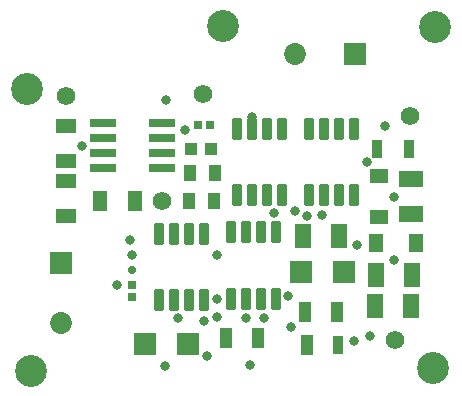
<source format=gts>
G04*
G04 #@! TF.GenerationSoftware,Altium Limited,Altium Designer,25.3.3 (18)*
G04*
G04 Layer_Color=8388736*
%FSLAX44Y44*%
%MOMM*%
G71*
G04*
G04 #@! TF.SameCoordinates,5CFDE4A5-D111-4E67-9A72-851D34BF8442*
G04*
G04*
G04 #@! TF.FilePolarity,Negative*
G04*
G01*
G75*
%ADD18R,0.7200X0.7200*%
%ADD21R,0.8581X1.5621*%
%ADD23R,1.2500X1.5000*%
%ADD25R,1.5000X1.2500*%
%ADD31R,0.7708X0.7708*%
%ADD32R,1.9032X1.8832*%
G04:AMPARAMS|DCode=33|XSize=0.8532mm|YSize=1.8532mm|CornerRadius=0.1504mm|HoleSize=0mm|Usage=FLASHONLY|Rotation=180.000|XOffset=0mm|YOffset=0mm|HoleType=Round|Shape=RoundedRectangle|*
%AMROUNDEDRECTD33*
21,1,0.8532,1.5525,0,0,180.0*
21,1,0.5525,1.8532,0,0,180.0*
1,1,0.3007,-0.2763,0.7763*
1,1,0.3007,0.2763,0.7763*
1,1,0.3007,0.2763,-0.7763*
1,1,0.3007,-0.2763,-0.7763*
%
%ADD33ROUNDEDRECTD33*%
%ADD34R,1.0613X1.7653*%
%ADD35R,1.3532X2.0032*%
%ADD36R,2.0032X1.3532*%
%ADD37R,1.1032X1.4032*%
%ADD38R,1.2532X1.8032*%
%ADD39R,1.8032X1.2532*%
%ADD40R,2.1832X0.7332*%
%ADD41R,1.1032X1.0032*%
%ADD42C,1.8532*%
%ADD43R,1.8532X1.8532*%
%ADD44C,2.7032*%
%ADD45C,1.5700*%
%ADD46R,1.8532X1.8532*%
%ADD47C,0.8382*%
%ADD48C,0.7112*%
D18*
X767430Y425743D02*
D03*
Y435743D02*
D03*
D21*
X941640Y384810D02*
D03*
X974790Y551180D02*
D03*
X1001330D02*
D03*
D23*
X1007850Y471170D02*
D03*
X973350Y471170D02*
D03*
D25*
X976630Y493290D02*
D03*
X976630Y527790D02*
D03*
D31*
X822929Y571500D02*
D03*
X832929D02*
D03*
D32*
X814190Y386080D02*
D03*
X778390D02*
D03*
X946200Y446938D02*
D03*
X910400D02*
D03*
D33*
X790220Y422611D02*
D03*
X802920D02*
D03*
X815620D02*
D03*
X828320D02*
D03*
X790220Y479111D02*
D03*
X802920D02*
D03*
X815620D02*
D03*
X828320D02*
D03*
X888660Y480543D02*
D03*
X875960D02*
D03*
X863260D02*
D03*
X850560D02*
D03*
X888660Y424043D02*
D03*
X875960D02*
D03*
X863260D02*
D03*
X850560D02*
D03*
X954750Y567997D02*
D03*
X942050D02*
D03*
X929350D02*
D03*
X916650D02*
D03*
X954750Y511497D02*
D03*
X942050D02*
D03*
X929350D02*
D03*
X916650D02*
D03*
X894410Y568072D02*
D03*
X881710D02*
D03*
X869010D02*
D03*
X856310D02*
D03*
X894410Y511572D02*
D03*
X881710D02*
D03*
X869010D02*
D03*
X856310D02*
D03*
D34*
X846879Y391160D02*
D03*
X873419D02*
D03*
X940370Y412750D02*
D03*
X913830D02*
D03*
X915100Y384810D02*
D03*
D35*
X1004090Y444500D02*
D03*
X974090D02*
D03*
X1002953Y417559D02*
D03*
X972953D02*
D03*
X912100Y477520D02*
D03*
X942100D02*
D03*
D36*
X1003300Y495540D02*
D03*
Y525540D02*
D03*
D37*
X837270Y530860D02*
D03*
X816270D02*
D03*
X815350Y506730D02*
D03*
X836350D02*
D03*
D38*
X769620D02*
D03*
X740120D02*
D03*
D39*
X711200Y524020D02*
D03*
Y494520D02*
D03*
Y570520D02*
D03*
Y541020D02*
D03*
D40*
X742840Y572733D02*
D03*
Y560033D02*
D03*
Y547333D02*
D03*
Y534633D02*
D03*
X792140D02*
D03*
Y547333D02*
D03*
Y560033D02*
D03*
Y572733D02*
D03*
D41*
X817208Y550887D02*
D03*
X834208D02*
D03*
D42*
X706769Y403530D02*
D03*
X905510Y631190D02*
D03*
D43*
X706769Y454330D02*
D03*
D44*
X1023620Y654050D02*
D03*
X844550Y655320D02*
D03*
X1022350Y365760D02*
D03*
X681990Y363220D02*
D03*
X678180Y601980D02*
D03*
D45*
X989439Y389069D02*
D03*
X711200Y595630D02*
D03*
X1002110Y578401D02*
D03*
X792860Y506730D02*
D03*
X826798Y597490D02*
D03*
D46*
X956310Y631190D02*
D03*
D47*
X828040Y405130D02*
D03*
X989330Y510540D02*
D03*
X965700Y539747D02*
D03*
X957580Y469900D02*
D03*
X905360Y498322D02*
D03*
X812281Y567210D02*
D03*
X725170Y553720D02*
D03*
X754380Y435610D02*
D03*
X767080Y461010D02*
D03*
X838656Y408747D02*
D03*
X830580Y375920D02*
D03*
X867410Y368300D02*
D03*
X795020Y367030D02*
D03*
X765810Y473710D02*
D03*
X901700Y400050D02*
D03*
X839470Y424180D02*
D03*
X887730Y496570D02*
D03*
X955040Y388620D02*
D03*
X863600Y407670D02*
D03*
X878840D02*
D03*
X928370Y495300D02*
D03*
X795753Y592627D02*
D03*
X869085Y578231D02*
D03*
X915670Y494030D02*
D03*
X989243Y456887D02*
D03*
X806450Y407670D02*
D03*
X981710Y570230D02*
D03*
X899160Y426720D02*
D03*
X969010Y392430D02*
D03*
X839470Y461010D02*
D03*
D48*
X767106Y448226D02*
D03*
M02*

</source>
